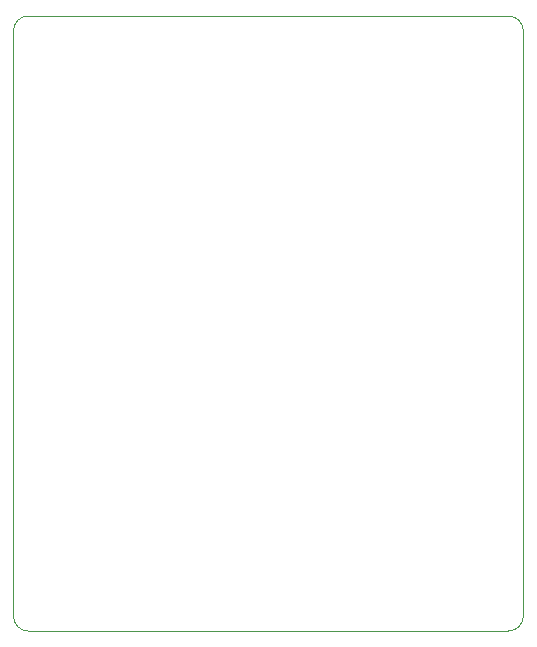
<source format=gbr>
%TF.GenerationSoftware,KiCad,Pcbnew,7.0.2-0*%
%TF.CreationDate,2023-09-29T11:13:34+09:30*%
%TF.ProjectId,ESP32DMX,45535033-3244-44d5-982e-6b696361645f,rev?*%
%TF.SameCoordinates,Original*%
%TF.FileFunction,Profile,NP*%
%FSLAX46Y46*%
G04 Gerber Fmt 4.6, Leading zero omitted, Abs format (unit mm)*
G04 Created by KiCad (PCBNEW 7.0.2-0) date 2023-09-29 11:13:34*
%MOMM*%
%LPD*%
G01*
G04 APERTURE LIST*
%TA.AperFunction,Profile*%
%ADD10C,0.100000*%
%TD*%
G04 APERTURE END LIST*
D10*
X53340000Y-110490000D02*
G75*
G03*
X54610000Y-111760000I1270000J0D01*
G01*
X53340000Y-110490000D02*
X53340000Y-60960000D01*
X95250000Y-111760000D02*
G75*
G03*
X96520000Y-110490000I0J1270000D01*
G01*
X96520000Y-60960000D02*
X96520000Y-110490000D01*
X54610000Y-111760000D02*
X95250000Y-111760000D01*
X54610000Y-59690000D02*
G75*
G03*
X53340000Y-60960000I0J-1270000D01*
G01*
X96520000Y-60960000D02*
G75*
G03*
X95250000Y-59690000I-1270000J0D01*
G01*
X54610000Y-59690000D02*
X95250000Y-59690000D01*
M02*

</source>
